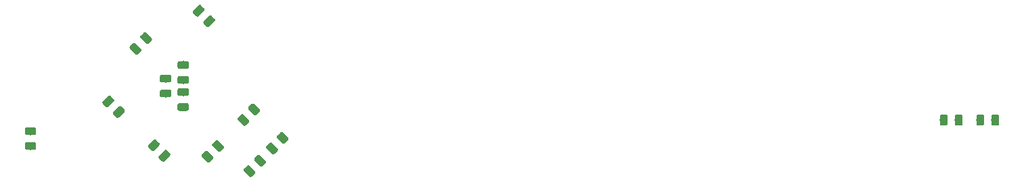
<source format=gbp>
G04 #@! TF.GenerationSoftware,KiCad,Pcbnew,(5.0.0)*
G04 #@! TF.CreationDate,2018-11-01T18:13:55-10:00*
G04 #@! TF.ProjectId,dstat-mainboard,64737461742D6D61696E626F6172642E,1.2.3*
G04 #@! TF.SameCoordinates,Original*
G04 #@! TF.FileFunction,Paste,Bot*
G04 #@! TF.FilePolarity,Positive*
%FSLAX46Y46*%
G04 Gerber Fmt 4.6, Leading zero omitted, Abs format (unit mm)*
G04 Created by KiCad (PCBNEW (5.0.0)) date 11/01/18 18:13:55*
%MOMM*%
%LPD*%
G01*
G04 APERTURE LIST*
%ADD10C,0.150000*%
%ADD11C,0.975000*%
G04 APERTURE END LIST*
D10*
G04 #@! TO.C,C42*
G36*
X212520142Y-99047174D02*
X212543803Y-99050684D01*
X212567007Y-99056496D01*
X212589529Y-99064554D01*
X212611153Y-99074782D01*
X212631670Y-99087079D01*
X212650883Y-99101329D01*
X212668607Y-99117393D01*
X212684671Y-99135117D01*
X212698921Y-99154330D01*
X212711218Y-99174847D01*
X212721446Y-99196471D01*
X212729504Y-99218993D01*
X212735316Y-99242197D01*
X212738826Y-99265858D01*
X212740000Y-99289750D01*
X212740000Y-100202250D01*
X212738826Y-100226142D01*
X212735316Y-100249803D01*
X212729504Y-100273007D01*
X212721446Y-100295529D01*
X212711218Y-100317153D01*
X212698921Y-100337670D01*
X212684671Y-100356883D01*
X212668607Y-100374607D01*
X212650883Y-100390671D01*
X212631670Y-100404921D01*
X212611153Y-100417218D01*
X212589529Y-100427446D01*
X212567007Y-100435504D01*
X212543803Y-100441316D01*
X212520142Y-100444826D01*
X212496250Y-100446000D01*
X212008750Y-100446000D01*
X211984858Y-100444826D01*
X211961197Y-100441316D01*
X211937993Y-100435504D01*
X211915471Y-100427446D01*
X211893847Y-100417218D01*
X211873330Y-100404921D01*
X211854117Y-100390671D01*
X211836393Y-100374607D01*
X211820329Y-100356883D01*
X211806079Y-100337670D01*
X211793782Y-100317153D01*
X211783554Y-100295529D01*
X211775496Y-100273007D01*
X211769684Y-100249803D01*
X211766174Y-100226142D01*
X211765000Y-100202250D01*
X211765000Y-99289750D01*
X211766174Y-99265858D01*
X211769684Y-99242197D01*
X211775496Y-99218993D01*
X211783554Y-99196471D01*
X211793782Y-99174847D01*
X211806079Y-99154330D01*
X211820329Y-99135117D01*
X211836393Y-99117393D01*
X211854117Y-99101329D01*
X211873330Y-99087079D01*
X211893847Y-99074782D01*
X211915471Y-99064554D01*
X211937993Y-99056496D01*
X211961197Y-99050684D01*
X211984858Y-99047174D01*
X212008750Y-99046000D01*
X212496250Y-99046000D01*
X212520142Y-99047174D01*
X212520142Y-99047174D01*
G37*
D11*
X212252500Y-99746000D03*
D10*
G36*
X210645142Y-99047174D02*
X210668803Y-99050684D01*
X210692007Y-99056496D01*
X210714529Y-99064554D01*
X210736153Y-99074782D01*
X210756670Y-99087079D01*
X210775883Y-99101329D01*
X210793607Y-99117393D01*
X210809671Y-99135117D01*
X210823921Y-99154330D01*
X210836218Y-99174847D01*
X210846446Y-99196471D01*
X210854504Y-99218993D01*
X210860316Y-99242197D01*
X210863826Y-99265858D01*
X210865000Y-99289750D01*
X210865000Y-100202250D01*
X210863826Y-100226142D01*
X210860316Y-100249803D01*
X210854504Y-100273007D01*
X210846446Y-100295529D01*
X210836218Y-100317153D01*
X210823921Y-100337670D01*
X210809671Y-100356883D01*
X210793607Y-100374607D01*
X210775883Y-100390671D01*
X210756670Y-100404921D01*
X210736153Y-100417218D01*
X210714529Y-100427446D01*
X210692007Y-100435504D01*
X210668803Y-100441316D01*
X210645142Y-100444826D01*
X210621250Y-100446000D01*
X210133750Y-100446000D01*
X210109858Y-100444826D01*
X210086197Y-100441316D01*
X210062993Y-100435504D01*
X210040471Y-100427446D01*
X210018847Y-100417218D01*
X209998330Y-100404921D01*
X209979117Y-100390671D01*
X209961393Y-100374607D01*
X209945329Y-100356883D01*
X209931079Y-100337670D01*
X209918782Y-100317153D01*
X209908554Y-100295529D01*
X209900496Y-100273007D01*
X209894684Y-100249803D01*
X209891174Y-100226142D01*
X209890000Y-100202250D01*
X209890000Y-99289750D01*
X209891174Y-99265858D01*
X209894684Y-99242197D01*
X209900496Y-99218993D01*
X209908554Y-99196471D01*
X209918782Y-99174847D01*
X209931079Y-99154330D01*
X209945329Y-99135117D01*
X209961393Y-99117393D01*
X209979117Y-99101329D01*
X209998330Y-99087079D01*
X210018847Y-99074782D01*
X210040471Y-99064554D01*
X210062993Y-99056496D01*
X210086197Y-99050684D01*
X210109858Y-99047174D01*
X210133750Y-99046000D01*
X210621250Y-99046000D01*
X210645142Y-99047174D01*
X210645142Y-99047174D01*
G37*
D11*
X210377500Y-99746000D03*
G04 #@! TD*
D10*
G04 #@! TO.C,C43*
G36*
X217092142Y-99047174D02*
X217115803Y-99050684D01*
X217139007Y-99056496D01*
X217161529Y-99064554D01*
X217183153Y-99074782D01*
X217203670Y-99087079D01*
X217222883Y-99101329D01*
X217240607Y-99117393D01*
X217256671Y-99135117D01*
X217270921Y-99154330D01*
X217283218Y-99174847D01*
X217293446Y-99196471D01*
X217301504Y-99218993D01*
X217307316Y-99242197D01*
X217310826Y-99265858D01*
X217312000Y-99289750D01*
X217312000Y-100202250D01*
X217310826Y-100226142D01*
X217307316Y-100249803D01*
X217301504Y-100273007D01*
X217293446Y-100295529D01*
X217283218Y-100317153D01*
X217270921Y-100337670D01*
X217256671Y-100356883D01*
X217240607Y-100374607D01*
X217222883Y-100390671D01*
X217203670Y-100404921D01*
X217183153Y-100417218D01*
X217161529Y-100427446D01*
X217139007Y-100435504D01*
X217115803Y-100441316D01*
X217092142Y-100444826D01*
X217068250Y-100446000D01*
X216580750Y-100446000D01*
X216556858Y-100444826D01*
X216533197Y-100441316D01*
X216509993Y-100435504D01*
X216487471Y-100427446D01*
X216465847Y-100417218D01*
X216445330Y-100404921D01*
X216426117Y-100390671D01*
X216408393Y-100374607D01*
X216392329Y-100356883D01*
X216378079Y-100337670D01*
X216365782Y-100317153D01*
X216355554Y-100295529D01*
X216347496Y-100273007D01*
X216341684Y-100249803D01*
X216338174Y-100226142D01*
X216337000Y-100202250D01*
X216337000Y-99289750D01*
X216338174Y-99265858D01*
X216341684Y-99242197D01*
X216347496Y-99218993D01*
X216355554Y-99196471D01*
X216365782Y-99174847D01*
X216378079Y-99154330D01*
X216392329Y-99135117D01*
X216408393Y-99117393D01*
X216426117Y-99101329D01*
X216445330Y-99087079D01*
X216465847Y-99074782D01*
X216487471Y-99064554D01*
X216509993Y-99056496D01*
X216533197Y-99050684D01*
X216556858Y-99047174D01*
X216580750Y-99046000D01*
X217068250Y-99046000D01*
X217092142Y-99047174D01*
X217092142Y-99047174D01*
G37*
D11*
X216824500Y-99746000D03*
D10*
G36*
X215217142Y-99047174D02*
X215240803Y-99050684D01*
X215264007Y-99056496D01*
X215286529Y-99064554D01*
X215308153Y-99074782D01*
X215328670Y-99087079D01*
X215347883Y-99101329D01*
X215365607Y-99117393D01*
X215381671Y-99135117D01*
X215395921Y-99154330D01*
X215408218Y-99174847D01*
X215418446Y-99196471D01*
X215426504Y-99218993D01*
X215432316Y-99242197D01*
X215435826Y-99265858D01*
X215437000Y-99289750D01*
X215437000Y-100202250D01*
X215435826Y-100226142D01*
X215432316Y-100249803D01*
X215426504Y-100273007D01*
X215418446Y-100295529D01*
X215408218Y-100317153D01*
X215395921Y-100337670D01*
X215381671Y-100356883D01*
X215365607Y-100374607D01*
X215347883Y-100390671D01*
X215328670Y-100404921D01*
X215308153Y-100417218D01*
X215286529Y-100427446D01*
X215264007Y-100435504D01*
X215240803Y-100441316D01*
X215217142Y-100444826D01*
X215193250Y-100446000D01*
X214705750Y-100446000D01*
X214681858Y-100444826D01*
X214658197Y-100441316D01*
X214634993Y-100435504D01*
X214612471Y-100427446D01*
X214590847Y-100417218D01*
X214570330Y-100404921D01*
X214551117Y-100390671D01*
X214533393Y-100374607D01*
X214517329Y-100356883D01*
X214503079Y-100337670D01*
X214490782Y-100317153D01*
X214480554Y-100295529D01*
X214472496Y-100273007D01*
X214466684Y-100249803D01*
X214463174Y-100226142D01*
X214462000Y-100202250D01*
X214462000Y-99289750D01*
X214463174Y-99265858D01*
X214466684Y-99242197D01*
X214472496Y-99218993D01*
X214480554Y-99196471D01*
X214490782Y-99174847D01*
X214503079Y-99154330D01*
X214517329Y-99135117D01*
X214533393Y-99117393D01*
X214551117Y-99101329D01*
X214570330Y-99087079D01*
X214590847Y-99074782D01*
X214612471Y-99064554D01*
X214634993Y-99056496D01*
X214658197Y-99050684D01*
X214681858Y-99047174D01*
X214705750Y-99046000D01*
X215193250Y-99046000D01*
X215217142Y-99047174D01*
X215217142Y-99047174D01*
G37*
D11*
X214949500Y-99746000D03*
G04 #@! TD*
D10*
G04 #@! TO.C,C44*
G36*
X115716142Y-97615274D02*
X115739803Y-97618784D01*
X115763007Y-97624596D01*
X115785529Y-97632654D01*
X115807153Y-97642882D01*
X115827670Y-97655179D01*
X115846883Y-97669429D01*
X115864607Y-97685493D01*
X115880671Y-97703217D01*
X115894921Y-97722430D01*
X115907218Y-97742947D01*
X115917446Y-97764571D01*
X115925504Y-97787093D01*
X115931316Y-97810297D01*
X115934826Y-97833958D01*
X115936000Y-97857850D01*
X115936000Y-98345350D01*
X115934826Y-98369242D01*
X115931316Y-98392903D01*
X115925504Y-98416107D01*
X115917446Y-98438629D01*
X115907218Y-98460253D01*
X115894921Y-98480770D01*
X115880671Y-98499983D01*
X115864607Y-98517707D01*
X115846883Y-98533771D01*
X115827670Y-98548021D01*
X115807153Y-98560318D01*
X115785529Y-98570546D01*
X115763007Y-98578604D01*
X115739803Y-98584416D01*
X115716142Y-98587926D01*
X115692250Y-98589100D01*
X114779750Y-98589100D01*
X114755858Y-98587926D01*
X114732197Y-98584416D01*
X114708993Y-98578604D01*
X114686471Y-98570546D01*
X114664847Y-98560318D01*
X114644330Y-98548021D01*
X114625117Y-98533771D01*
X114607393Y-98517707D01*
X114591329Y-98499983D01*
X114577079Y-98480770D01*
X114564782Y-98460253D01*
X114554554Y-98438629D01*
X114546496Y-98416107D01*
X114540684Y-98392903D01*
X114537174Y-98369242D01*
X114536000Y-98345350D01*
X114536000Y-97857850D01*
X114537174Y-97833958D01*
X114540684Y-97810297D01*
X114546496Y-97787093D01*
X114554554Y-97764571D01*
X114564782Y-97742947D01*
X114577079Y-97722430D01*
X114591329Y-97703217D01*
X114607393Y-97685493D01*
X114625117Y-97669429D01*
X114644330Y-97655179D01*
X114664847Y-97642882D01*
X114686471Y-97632654D01*
X114708993Y-97624596D01*
X114732197Y-97618784D01*
X114755858Y-97615274D01*
X114779750Y-97614100D01*
X115692250Y-97614100D01*
X115716142Y-97615274D01*
X115716142Y-97615274D01*
G37*
D11*
X115236000Y-98101600D03*
D10*
G36*
X115716142Y-95740274D02*
X115739803Y-95743784D01*
X115763007Y-95749596D01*
X115785529Y-95757654D01*
X115807153Y-95767882D01*
X115827670Y-95780179D01*
X115846883Y-95794429D01*
X115864607Y-95810493D01*
X115880671Y-95828217D01*
X115894921Y-95847430D01*
X115907218Y-95867947D01*
X115917446Y-95889571D01*
X115925504Y-95912093D01*
X115931316Y-95935297D01*
X115934826Y-95958958D01*
X115936000Y-95982850D01*
X115936000Y-96470350D01*
X115934826Y-96494242D01*
X115931316Y-96517903D01*
X115925504Y-96541107D01*
X115917446Y-96563629D01*
X115907218Y-96585253D01*
X115894921Y-96605770D01*
X115880671Y-96624983D01*
X115864607Y-96642707D01*
X115846883Y-96658771D01*
X115827670Y-96673021D01*
X115807153Y-96685318D01*
X115785529Y-96695546D01*
X115763007Y-96703604D01*
X115739803Y-96709416D01*
X115716142Y-96712926D01*
X115692250Y-96714100D01*
X114779750Y-96714100D01*
X114755858Y-96712926D01*
X114732197Y-96709416D01*
X114708993Y-96703604D01*
X114686471Y-96695546D01*
X114664847Y-96685318D01*
X114644330Y-96673021D01*
X114625117Y-96658771D01*
X114607393Y-96642707D01*
X114591329Y-96624983D01*
X114577079Y-96605770D01*
X114564782Y-96585253D01*
X114554554Y-96563629D01*
X114546496Y-96541107D01*
X114540684Y-96517903D01*
X114537174Y-96494242D01*
X114536000Y-96470350D01*
X114536000Y-95982850D01*
X114537174Y-95958958D01*
X114540684Y-95935297D01*
X114546496Y-95912093D01*
X114554554Y-95889571D01*
X114564782Y-95867947D01*
X114577079Y-95847430D01*
X114591329Y-95828217D01*
X114607393Y-95810493D01*
X114625117Y-95794429D01*
X114644330Y-95780179D01*
X114664847Y-95767882D01*
X114686471Y-95757654D01*
X114708993Y-95749596D01*
X114732197Y-95743784D01*
X114755858Y-95740274D01*
X114779750Y-95739100D01*
X115692250Y-95739100D01*
X115716142Y-95740274D01*
X115716142Y-95740274D01*
G37*
D11*
X115236000Y-96226600D03*
G04 #@! TD*
D10*
G04 #@! TO.C,C45*
G36*
X113073065Y-103489362D02*
X113096726Y-103492872D01*
X113119930Y-103498684D01*
X113142452Y-103506742D01*
X113164076Y-103516970D01*
X113184593Y-103529267D01*
X113203806Y-103543517D01*
X113221530Y-103559581D01*
X113566245Y-103904296D01*
X113582309Y-103922020D01*
X113596559Y-103941233D01*
X113608856Y-103961750D01*
X113619084Y-103983374D01*
X113627142Y-104005896D01*
X113632954Y-104029100D01*
X113636464Y-104052761D01*
X113637638Y-104076653D01*
X113636464Y-104100545D01*
X113632954Y-104124206D01*
X113627142Y-104147410D01*
X113619084Y-104169932D01*
X113608856Y-104191556D01*
X113596559Y-104212073D01*
X113582309Y-104231286D01*
X113566245Y-104249010D01*
X112921010Y-104894245D01*
X112903286Y-104910309D01*
X112884073Y-104924559D01*
X112863556Y-104936856D01*
X112841932Y-104947084D01*
X112819410Y-104955142D01*
X112796206Y-104960954D01*
X112772545Y-104964464D01*
X112748653Y-104965638D01*
X112724761Y-104964464D01*
X112701100Y-104960954D01*
X112677896Y-104955142D01*
X112655374Y-104947084D01*
X112633750Y-104936856D01*
X112613233Y-104924559D01*
X112594020Y-104910309D01*
X112576296Y-104894245D01*
X112231581Y-104549530D01*
X112215517Y-104531806D01*
X112201267Y-104512593D01*
X112188970Y-104492076D01*
X112178742Y-104470452D01*
X112170684Y-104447930D01*
X112164872Y-104424726D01*
X112161362Y-104401065D01*
X112160188Y-104377173D01*
X112161362Y-104353281D01*
X112164872Y-104329620D01*
X112170684Y-104306416D01*
X112178742Y-104283894D01*
X112188970Y-104262270D01*
X112201267Y-104241753D01*
X112215517Y-104222540D01*
X112231581Y-104204816D01*
X112876816Y-103559581D01*
X112894540Y-103543517D01*
X112913753Y-103529267D01*
X112934270Y-103516970D01*
X112955894Y-103506742D01*
X112978416Y-103498684D01*
X113001620Y-103492872D01*
X113025281Y-103489362D01*
X113049173Y-103488188D01*
X113073065Y-103489362D01*
X113073065Y-103489362D01*
G37*
D11*
X112898913Y-104226913D03*
D10*
G36*
X111747239Y-102163536D02*
X111770900Y-102167046D01*
X111794104Y-102172858D01*
X111816626Y-102180916D01*
X111838250Y-102191144D01*
X111858767Y-102203441D01*
X111877980Y-102217691D01*
X111895704Y-102233755D01*
X112240419Y-102578470D01*
X112256483Y-102596194D01*
X112270733Y-102615407D01*
X112283030Y-102635924D01*
X112293258Y-102657548D01*
X112301316Y-102680070D01*
X112307128Y-102703274D01*
X112310638Y-102726935D01*
X112311812Y-102750827D01*
X112310638Y-102774719D01*
X112307128Y-102798380D01*
X112301316Y-102821584D01*
X112293258Y-102844106D01*
X112283030Y-102865730D01*
X112270733Y-102886247D01*
X112256483Y-102905460D01*
X112240419Y-102923184D01*
X111595184Y-103568419D01*
X111577460Y-103584483D01*
X111558247Y-103598733D01*
X111537730Y-103611030D01*
X111516106Y-103621258D01*
X111493584Y-103629316D01*
X111470380Y-103635128D01*
X111446719Y-103638638D01*
X111422827Y-103639812D01*
X111398935Y-103638638D01*
X111375274Y-103635128D01*
X111352070Y-103629316D01*
X111329548Y-103621258D01*
X111307924Y-103611030D01*
X111287407Y-103598733D01*
X111268194Y-103584483D01*
X111250470Y-103568419D01*
X110905755Y-103223704D01*
X110889691Y-103205980D01*
X110875441Y-103186767D01*
X110863144Y-103166250D01*
X110852916Y-103144626D01*
X110844858Y-103122104D01*
X110839046Y-103098900D01*
X110835536Y-103075239D01*
X110834362Y-103051347D01*
X110835536Y-103027455D01*
X110839046Y-103003794D01*
X110844858Y-102980590D01*
X110852916Y-102958068D01*
X110863144Y-102936444D01*
X110875441Y-102915927D01*
X110889691Y-102896714D01*
X110905755Y-102878990D01*
X111550990Y-102233755D01*
X111568714Y-102217691D01*
X111587927Y-102203441D01*
X111608444Y-102191144D01*
X111630068Y-102180916D01*
X111652590Y-102172858D01*
X111675794Y-102167046D01*
X111699455Y-102163536D01*
X111723347Y-102162362D01*
X111747239Y-102163536D01*
X111747239Y-102163536D01*
G37*
D11*
X111573087Y-102901087D03*
G04 #@! TD*
D10*
G04 #@! TO.C,C46*
G36*
X109146719Y-90039462D02*
X109170380Y-90042972D01*
X109193584Y-90048784D01*
X109216106Y-90056842D01*
X109237730Y-90067070D01*
X109258247Y-90079367D01*
X109277460Y-90093617D01*
X109295184Y-90109681D01*
X109940419Y-90754916D01*
X109956483Y-90772640D01*
X109970733Y-90791853D01*
X109983030Y-90812370D01*
X109993258Y-90833994D01*
X110001316Y-90856516D01*
X110007128Y-90879720D01*
X110010638Y-90903381D01*
X110011812Y-90927273D01*
X110010638Y-90951165D01*
X110007128Y-90974826D01*
X110001316Y-90998030D01*
X109993258Y-91020552D01*
X109983030Y-91042176D01*
X109970733Y-91062693D01*
X109956483Y-91081906D01*
X109940419Y-91099630D01*
X109595704Y-91444345D01*
X109577980Y-91460409D01*
X109558767Y-91474659D01*
X109538250Y-91486956D01*
X109516626Y-91497184D01*
X109494104Y-91505242D01*
X109470900Y-91511054D01*
X109447239Y-91514564D01*
X109423347Y-91515738D01*
X109399455Y-91514564D01*
X109375794Y-91511054D01*
X109352590Y-91505242D01*
X109330068Y-91497184D01*
X109308444Y-91486956D01*
X109287927Y-91474659D01*
X109268714Y-91460409D01*
X109250990Y-91444345D01*
X108605755Y-90799110D01*
X108589691Y-90781386D01*
X108575441Y-90762173D01*
X108563144Y-90741656D01*
X108552916Y-90720032D01*
X108544858Y-90697510D01*
X108539046Y-90674306D01*
X108535536Y-90650645D01*
X108534362Y-90626753D01*
X108535536Y-90602861D01*
X108539046Y-90579200D01*
X108544858Y-90555996D01*
X108552916Y-90533474D01*
X108563144Y-90511850D01*
X108575441Y-90491333D01*
X108589691Y-90472120D01*
X108605755Y-90454396D01*
X108950470Y-90109681D01*
X108968194Y-90093617D01*
X108987407Y-90079367D01*
X109007924Y-90067070D01*
X109029548Y-90056842D01*
X109052070Y-90048784D01*
X109075274Y-90042972D01*
X109098935Y-90039462D01*
X109122827Y-90038288D01*
X109146719Y-90039462D01*
X109146719Y-90039462D01*
G37*
D11*
X109273087Y-90777013D03*
D10*
G36*
X110472545Y-88713636D02*
X110496206Y-88717146D01*
X110519410Y-88722958D01*
X110541932Y-88731016D01*
X110563556Y-88741244D01*
X110584073Y-88753541D01*
X110603286Y-88767791D01*
X110621010Y-88783855D01*
X111266245Y-89429090D01*
X111282309Y-89446814D01*
X111296559Y-89466027D01*
X111308856Y-89486544D01*
X111319084Y-89508168D01*
X111327142Y-89530690D01*
X111332954Y-89553894D01*
X111336464Y-89577555D01*
X111337638Y-89601447D01*
X111336464Y-89625339D01*
X111332954Y-89649000D01*
X111327142Y-89672204D01*
X111319084Y-89694726D01*
X111308856Y-89716350D01*
X111296559Y-89736867D01*
X111282309Y-89756080D01*
X111266245Y-89773804D01*
X110921530Y-90118519D01*
X110903806Y-90134583D01*
X110884593Y-90148833D01*
X110864076Y-90161130D01*
X110842452Y-90171358D01*
X110819930Y-90179416D01*
X110796726Y-90185228D01*
X110773065Y-90188738D01*
X110749173Y-90189912D01*
X110725281Y-90188738D01*
X110701620Y-90185228D01*
X110678416Y-90179416D01*
X110655894Y-90171358D01*
X110634270Y-90161130D01*
X110613753Y-90148833D01*
X110594540Y-90134583D01*
X110576816Y-90118519D01*
X109931581Y-89473284D01*
X109915517Y-89455560D01*
X109901267Y-89436347D01*
X109888970Y-89415830D01*
X109878742Y-89394206D01*
X109870684Y-89371684D01*
X109864872Y-89348480D01*
X109861362Y-89324819D01*
X109860188Y-89300927D01*
X109861362Y-89277035D01*
X109864872Y-89253374D01*
X109870684Y-89230170D01*
X109878742Y-89207648D01*
X109888970Y-89186024D01*
X109901267Y-89165507D01*
X109915517Y-89146294D01*
X109931581Y-89128570D01*
X110276296Y-88783855D01*
X110294020Y-88767791D01*
X110313233Y-88753541D01*
X110333750Y-88741244D01*
X110355374Y-88731016D01*
X110377896Y-88722958D01*
X110401100Y-88717146D01*
X110424761Y-88713636D01*
X110448653Y-88712462D01*
X110472545Y-88713636D01*
X110472545Y-88713636D01*
G37*
D11*
X110598913Y-89451187D03*
G04 #@! TD*
D10*
G04 #@! TO.C,C47*
G36*
X117347239Y-85263636D02*
X117370900Y-85267146D01*
X117394104Y-85272958D01*
X117416626Y-85281016D01*
X117438250Y-85291244D01*
X117458767Y-85303541D01*
X117477980Y-85317791D01*
X117495704Y-85333855D01*
X117840419Y-85678570D01*
X117856483Y-85696294D01*
X117870733Y-85715507D01*
X117883030Y-85736024D01*
X117893258Y-85757648D01*
X117901316Y-85780170D01*
X117907128Y-85803374D01*
X117910638Y-85827035D01*
X117911812Y-85850927D01*
X117910638Y-85874819D01*
X117907128Y-85898480D01*
X117901316Y-85921684D01*
X117893258Y-85944206D01*
X117883030Y-85965830D01*
X117870733Y-85986347D01*
X117856483Y-86005560D01*
X117840419Y-86023284D01*
X117195184Y-86668519D01*
X117177460Y-86684583D01*
X117158247Y-86698833D01*
X117137730Y-86711130D01*
X117116106Y-86721358D01*
X117093584Y-86729416D01*
X117070380Y-86735228D01*
X117046719Y-86738738D01*
X117022827Y-86739912D01*
X116998935Y-86738738D01*
X116975274Y-86735228D01*
X116952070Y-86729416D01*
X116929548Y-86721358D01*
X116907924Y-86711130D01*
X116887407Y-86698833D01*
X116868194Y-86684583D01*
X116850470Y-86668519D01*
X116505755Y-86323804D01*
X116489691Y-86306080D01*
X116475441Y-86286867D01*
X116463144Y-86266350D01*
X116452916Y-86244726D01*
X116444858Y-86222204D01*
X116439046Y-86199000D01*
X116435536Y-86175339D01*
X116434362Y-86151447D01*
X116435536Y-86127555D01*
X116439046Y-86103894D01*
X116444858Y-86080690D01*
X116452916Y-86058168D01*
X116463144Y-86036544D01*
X116475441Y-86016027D01*
X116489691Y-85996814D01*
X116505755Y-85979090D01*
X117150990Y-85333855D01*
X117168714Y-85317791D01*
X117187927Y-85303541D01*
X117208444Y-85291244D01*
X117230068Y-85281016D01*
X117252590Y-85272958D01*
X117275794Y-85267146D01*
X117299455Y-85263636D01*
X117323347Y-85262462D01*
X117347239Y-85263636D01*
X117347239Y-85263636D01*
G37*
D11*
X117173087Y-86001187D03*
D10*
G36*
X118673065Y-86589462D02*
X118696726Y-86592972D01*
X118719930Y-86598784D01*
X118742452Y-86606842D01*
X118764076Y-86617070D01*
X118784593Y-86629367D01*
X118803806Y-86643617D01*
X118821530Y-86659681D01*
X119166245Y-87004396D01*
X119182309Y-87022120D01*
X119196559Y-87041333D01*
X119208856Y-87061850D01*
X119219084Y-87083474D01*
X119227142Y-87105996D01*
X119232954Y-87129200D01*
X119236464Y-87152861D01*
X119237638Y-87176753D01*
X119236464Y-87200645D01*
X119232954Y-87224306D01*
X119227142Y-87247510D01*
X119219084Y-87270032D01*
X119208856Y-87291656D01*
X119196559Y-87312173D01*
X119182309Y-87331386D01*
X119166245Y-87349110D01*
X118521010Y-87994345D01*
X118503286Y-88010409D01*
X118484073Y-88024659D01*
X118463556Y-88036956D01*
X118441932Y-88047184D01*
X118419410Y-88055242D01*
X118396206Y-88061054D01*
X118372545Y-88064564D01*
X118348653Y-88065738D01*
X118324761Y-88064564D01*
X118301100Y-88061054D01*
X118277896Y-88055242D01*
X118255374Y-88047184D01*
X118233750Y-88036956D01*
X118213233Y-88024659D01*
X118194020Y-88010409D01*
X118176296Y-87994345D01*
X117831581Y-87649630D01*
X117815517Y-87631906D01*
X117801267Y-87612693D01*
X117788970Y-87592176D01*
X117778742Y-87570552D01*
X117770684Y-87548030D01*
X117764872Y-87524826D01*
X117761362Y-87501165D01*
X117760188Y-87477273D01*
X117761362Y-87453381D01*
X117764872Y-87429720D01*
X117770684Y-87406516D01*
X117778742Y-87383994D01*
X117788970Y-87362370D01*
X117801267Y-87341853D01*
X117815517Y-87322640D01*
X117831581Y-87304916D01*
X118476816Y-86659681D01*
X118494540Y-86643617D01*
X118513753Y-86629367D01*
X118534270Y-86617070D01*
X118555894Y-86606842D01*
X118578416Y-86598784D01*
X118601620Y-86592972D01*
X118625281Y-86589462D01*
X118649173Y-86588288D01*
X118673065Y-86589462D01*
X118673065Y-86589462D01*
G37*
D11*
X118498913Y-87327013D03*
G04 #@! TD*
D10*
G04 #@! TO.C,C48*
G36*
X118146719Y-103589362D02*
X118170380Y-103592872D01*
X118193584Y-103598684D01*
X118216106Y-103606742D01*
X118237730Y-103616970D01*
X118258247Y-103629267D01*
X118277460Y-103643517D01*
X118295184Y-103659581D01*
X118940419Y-104304816D01*
X118956483Y-104322540D01*
X118970733Y-104341753D01*
X118983030Y-104362270D01*
X118993258Y-104383894D01*
X119001316Y-104406416D01*
X119007128Y-104429620D01*
X119010638Y-104453281D01*
X119011812Y-104477173D01*
X119010638Y-104501065D01*
X119007128Y-104524726D01*
X119001316Y-104547930D01*
X118993258Y-104570452D01*
X118983030Y-104592076D01*
X118970733Y-104612593D01*
X118956483Y-104631806D01*
X118940419Y-104649530D01*
X118595704Y-104994245D01*
X118577980Y-105010309D01*
X118558767Y-105024559D01*
X118538250Y-105036856D01*
X118516626Y-105047084D01*
X118494104Y-105055142D01*
X118470900Y-105060954D01*
X118447239Y-105064464D01*
X118423347Y-105065638D01*
X118399455Y-105064464D01*
X118375794Y-105060954D01*
X118352590Y-105055142D01*
X118330068Y-105047084D01*
X118308444Y-105036856D01*
X118287927Y-105024559D01*
X118268714Y-105010309D01*
X118250990Y-104994245D01*
X117605755Y-104349010D01*
X117589691Y-104331286D01*
X117575441Y-104312073D01*
X117563144Y-104291556D01*
X117552916Y-104269932D01*
X117544858Y-104247410D01*
X117539046Y-104224206D01*
X117535536Y-104200545D01*
X117534362Y-104176653D01*
X117535536Y-104152761D01*
X117539046Y-104129100D01*
X117544858Y-104105896D01*
X117552916Y-104083374D01*
X117563144Y-104061750D01*
X117575441Y-104041233D01*
X117589691Y-104022020D01*
X117605755Y-104004296D01*
X117950470Y-103659581D01*
X117968194Y-103643517D01*
X117987407Y-103629267D01*
X118007924Y-103616970D01*
X118029548Y-103606742D01*
X118052070Y-103598684D01*
X118075274Y-103592872D01*
X118098935Y-103589362D01*
X118122827Y-103588188D01*
X118146719Y-103589362D01*
X118146719Y-103589362D01*
G37*
D11*
X118273087Y-104326913D03*
D10*
G36*
X119472545Y-102263536D02*
X119496206Y-102267046D01*
X119519410Y-102272858D01*
X119541932Y-102280916D01*
X119563556Y-102291144D01*
X119584073Y-102303441D01*
X119603286Y-102317691D01*
X119621010Y-102333755D01*
X120266245Y-102978990D01*
X120282309Y-102996714D01*
X120296559Y-103015927D01*
X120308856Y-103036444D01*
X120319084Y-103058068D01*
X120327142Y-103080590D01*
X120332954Y-103103794D01*
X120336464Y-103127455D01*
X120337638Y-103151347D01*
X120336464Y-103175239D01*
X120332954Y-103198900D01*
X120327142Y-103222104D01*
X120319084Y-103244626D01*
X120308856Y-103266250D01*
X120296559Y-103286767D01*
X120282309Y-103305980D01*
X120266245Y-103323704D01*
X119921530Y-103668419D01*
X119903806Y-103684483D01*
X119884593Y-103698733D01*
X119864076Y-103711030D01*
X119842452Y-103721258D01*
X119819930Y-103729316D01*
X119796726Y-103735128D01*
X119773065Y-103738638D01*
X119749173Y-103739812D01*
X119725281Y-103738638D01*
X119701620Y-103735128D01*
X119678416Y-103729316D01*
X119655894Y-103721258D01*
X119634270Y-103711030D01*
X119613753Y-103698733D01*
X119594540Y-103684483D01*
X119576816Y-103668419D01*
X118931581Y-103023184D01*
X118915517Y-103005460D01*
X118901267Y-102986247D01*
X118888970Y-102965730D01*
X118878742Y-102944106D01*
X118870684Y-102921584D01*
X118864872Y-102898380D01*
X118861362Y-102874719D01*
X118860188Y-102850827D01*
X118861362Y-102826935D01*
X118864872Y-102803274D01*
X118870684Y-102780070D01*
X118878742Y-102757548D01*
X118888970Y-102735924D01*
X118901267Y-102715407D01*
X118915517Y-102696194D01*
X118931581Y-102678470D01*
X119276296Y-102333755D01*
X119294020Y-102317691D01*
X119313233Y-102303441D01*
X119333750Y-102291144D01*
X119355374Y-102280916D01*
X119377896Y-102272858D01*
X119401100Y-102267046D01*
X119424761Y-102263536D01*
X119448653Y-102262362D01*
X119472545Y-102263536D01*
X119472545Y-102263536D01*
G37*
D11*
X119598913Y-103001087D03*
G04 #@! TD*
D10*
G04 #@! TO.C,C49*
G36*
X107373065Y-97989462D02*
X107396726Y-97992972D01*
X107419930Y-97998784D01*
X107442452Y-98006842D01*
X107464076Y-98017070D01*
X107484593Y-98029367D01*
X107503806Y-98043617D01*
X107521530Y-98059681D01*
X107866245Y-98404396D01*
X107882309Y-98422120D01*
X107896559Y-98441333D01*
X107908856Y-98461850D01*
X107919084Y-98483474D01*
X107927142Y-98505996D01*
X107932954Y-98529200D01*
X107936464Y-98552861D01*
X107937638Y-98576753D01*
X107936464Y-98600645D01*
X107932954Y-98624306D01*
X107927142Y-98647510D01*
X107919084Y-98670032D01*
X107908856Y-98691656D01*
X107896559Y-98712173D01*
X107882309Y-98731386D01*
X107866245Y-98749110D01*
X107221010Y-99394345D01*
X107203286Y-99410409D01*
X107184073Y-99424659D01*
X107163556Y-99436956D01*
X107141932Y-99447184D01*
X107119410Y-99455242D01*
X107096206Y-99461054D01*
X107072545Y-99464564D01*
X107048653Y-99465738D01*
X107024761Y-99464564D01*
X107001100Y-99461054D01*
X106977896Y-99455242D01*
X106955374Y-99447184D01*
X106933750Y-99436956D01*
X106913233Y-99424659D01*
X106894020Y-99410409D01*
X106876296Y-99394345D01*
X106531581Y-99049630D01*
X106515517Y-99031906D01*
X106501267Y-99012693D01*
X106488970Y-98992176D01*
X106478742Y-98970552D01*
X106470684Y-98948030D01*
X106464872Y-98924826D01*
X106461362Y-98901165D01*
X106460188Y-98877273D01*
X106461362Y-98853381D01*
X106464872Y-98829720D01*
X106470684Y-98806516D01*
X106478742Y-98783994D01*
X106488970Y-98762370D01*
X106501267Y-98741853D01*
X106515517Y-98722640D01*
X106531581Y-98704916D01*
X107176816Y-98059681D01*
X107194540Y-98043617D01*
X107213753Y-98029367D01*
X107234270Y-98017070D01*
X107255894Y-98006842D01*
X107278416Y-97998784D01*
X107301620Y-97992972D01*
X107325281Y-97989462D01*
X107349173Y-97988288D01*
X107373065Y-97989462D01*
X107373065Y-97989462D01*
G37*
D11*
X107198913Y-98727013D03*
D10*
G36*
X106047239Y-96663636D02*
X106070900Y-96667146D01*
X106094104Y-96672958D01*
X106116626Y-96681016D01*
X106138250Y-96691244D01*
X106158767Y-96703541D01*
X106177980Y-96717791D01*
X106195704Y-96733855D01*
X106540419Y-97078570D01*
X106556483Y-97096294D01*
X106570733Y-97115507D01*
X106583030Y-97136024D01*
X106593258Y-97157648D01*
X106601316Y-97180170D01*
X106607128Y-97203374D01*
X106610638Y-97227035D01*
X106611812Y-97250927D01*
X106610638Y-97274819D01*
X106607128Y-97298480D01*
X106601316Y-97321684D01*
X106593258Y-97344206D01*
X106583030Y-97365830D01*
X106570733Y-97386347D01*
X106556483Y-97405560D01*
X106540419Y-97423284D01*
X105895184Y-98068519D01*
X105877460Y-98084583D01*
X105858247Y-98098833D01*
X105837730Y-98111130D01*
X105816106Y-98121358D01*
X105793584Y-98129416D01*
X105770380Y-98135228D01*
X105746719Y-98138738D01*
X105722827Y-98139912D01*
X105698935Y-98138738D01*
X105675274Y-98135228D01*
X105652070Y-98129416D01*
X105629548Y-98121358D01*
X105607924Y-98111130D01*
X105587407Y-98098833D01*
X105568194Y-98084583D01*
X105550470Y-98068519D01*
X105205755Y-97723804D01*
X105189691Y-97706080D01*
X105175441Y-97686867D01*
X105163144Y-97666350D01*
X105152916Y-97644726D01*
X105144858Y-97622204D01*
X105139046Y-97599000D01*
X105135536Y-97575339D01*
X105134362Y-97551447D01*
X105135536Y-97527555D01*
X105139046Y-97503894D01*
X105144858Y-97480690D01*
X105152916Y-97458168D01*
X105163144Y-97436544D01*
X105175441Y-97416027D01*
X105189691Y-97396814D01*
X105205755Y-97379090D01*
X105850990Y-96733855D01*
X105868714Y-96717791D01*
X105887927Y-96703541D01*
X105908444Y-96691244D01*
X105930068Y-96681016D01*
X105952590Y-96672958D01*
X105975794Y-96667146D01*
X105999455Y-96663636D01*
X106023347Y-96662462D01*
X106047239Y-96663636D01*
X106047239Y-96663636D01*
G37*
D11*
X105873087Y-97401187D03*
G04 #@! TD*
D10*
G04 #@! TO.C,C50*
G36*
X123972545Y-97663636D02*
X123996206Y-97667146D01*
X124019410Y-97672958D01*
X124041932Y-97681016D01*
X124063556Y-97691244D01*
X124084073Y-97703541D01*
X124103286Y-97717791D01*
X124121010Y-97733855D01*
X124766245Y-98379090D01*
X124782309Y-98396814D01*
X124796559Y-98416027D01*
X124808856Y-98436544D01*
X124819084Y-98458168D01*
X124827142Y-98480690D01*
X124832954Y-98503894D01*
X124836464Y-98527555D01*
X124837638Y-98551447D01*
X124836464Y-98575339D01*
X124832954Y-98599000D01*
X124827142Y-98622204D01*
X124819084Y-98644726D01*
X124808856Y-98666350D01*
X124796559Y-98686867D01*
X124782309Y-98706080D01*
X124766245Y-98723804D01*
X124421530Y-99068519D01*
X124403806Y-99084583D01*
X124384593Y-99098833D01*
X124364076Y-99111130D01*
X124342452Y-99121358D01*
X124319930Y-99129416D01*
X124296726Y-99135228D01*
X124273065Y-99138738D01*
X124249173Y-99139912D01*
X124225281Y-99138738D01*
X124201620Y-99135228D01*
X124178416Y-99129416D01*
X124155894Y-99121358D01*
X124134270Y-99111130D01*
X124113753Y-99098833D01*
X124094540Y-99084583D01*
X124076816Y-99068519D01*
X123431581Y-98423284D01*
X123415517Y-98405560D01*
X123401267Y-98386347D01*
X123388970Y-98365830D01*
X123378742Y-98344206D01*
X123370684Y-98321684D01*
X123364872Y-98298480D01*
X123361362Y-98274819D01*
X123360188Y-98250927D01*
X123361362Y-98227035D01*
X123364872Y-98203374D01*
X123370684Y-98180170D01*
X123378742Y-98157648D01*
X123388970Y-98136024D01*
X123401267Y-98115507D01*
X123415517Y-98096294D01*
X123431581Y-98078570D01*
X123776296Y-97733855D01*
X123794020Y-97717791D01*
X123813233Y-97703541D01*
X123833750Y-97691244D01*
X123855374Y-97681016D01*
X123877896Y-97672958D01*
X123901100Y-97667146D01*
X123924761Y-97663636D01*
X123948653Y-97662462D01*
X123972545Y-97663636D01*
X123972545Y-97663636D01*
G37*
D11*
X124098913Y-98401187D03*
D10*
G36*
X122646719Y-98989462D02*
X122670380Y-98992972D01*
X122693584Y-98998784D01*
X122716106Y-99006842D01*
X122737730Y-99017070D01*
X122758247Y-99029367D01*
X122777460Y-99043617D01*
X122795184Y-99059681D01*
X123440419Y-99704916D01*
X123456483Y-99722640D01*
X123470733Y-99741853D01*
X123483030Y-99762370D01*
X123493258Y-99783994D01*
X123501316Y-99806516D01*
X123507128Y-99829720D01*
X123510638Y-99853381D01*
X123511812Y-99877273D01*
X123510638Y-99901165D01*
X123507128Y-99924826D01*
X123501316Y-99948030D01*
X123493258Y-99970552D01*
X123483030Y-99992176D01*
X123470733Y-100012693D01*
X123456483Y-100031906D01*
X123440419Y-100049630D01*
X123095704Y-100394345D01*
X123077980Y-100410409D01*
X123058767Y-100424659D01*
X123038250Y-100436956D01*
X123016626Y-100447184D01*
X122994104Y-100455242D01*
X122970900Y-100461054D01*
X122947239Y-100464564D01*
X122923347Y-100465738D01*
X122899455Y-100464564D01*
X122875794Y-100461054D01*
X122852590Y-100455242D01*
X122830068Y-100447184D01*
X122808444Y-100436956D01*
X122787927Y-100424659D01*
X122768714Y-100410409D01*
X122750990Y-100394345D01*
X122105755Y-99749110D01*
X122089691Y-99731386D01*
X122075441Y-99712173D01*
X122063144Y-99691656D01*
X122052916Y-99670032D01*
X122044858Y-99647510D01*
X122039046Y-99624306D01*
X122035536Y-99600645D01*
X122034362Y-99576753D01*
X122035536Y-99552861D01*
X122039046Y-99529200D01*
X122044858Y-99505996D01*
X122052916Y-99483474D01*
X122063144Y-99461850D01*
X122075441Y-99441333D01*
X122089691Y-99422120D01*
X122105755Y-99404396D01*
X122450470Y-99059681D01*
X122468194Y-99043617D01*
X122487407Y-99029367D01*
X122507924Y-99017070D01*
X122529548Y-99006842D01*
X122552070Y-98998784D01*
X122575274Y-98992972D01*
X122598935Y-98989462D01*
X122622827Y-98988288D01*
X122646719Y-98989462D01*
X122646719Y-98989462D01*
G37*
D11*
X122773087Y-99727013D03*
G04 #@! TD*
D10*
G04 #@! TO.C,C51*
G36*
X115716142Y-94215274D02*
X115739803Y-94218784D01*
X115763007Y-94224596D01*
X115785529Y-94232654D01*
X115807153Y-94242882D01*
X115827670Y-94255179D01*
X115846883Y-94269429D01*
X115864607Y-94285493D01*
X115880671Y-94303217D01*
X115894921Y-94322430D01*
X115907218Y-94342947D01*
X115917446Y-94364571D01*
X115925504Y-94387093D01*
X115931316Y-94410297D01*
X115934826Y-94433958D01*
X115936000Y-94457850D01*
X115936000Y-94945350D01*
X115934826Y-94969242D01*
X115931316Y-94992903D01*
X115925504Y-95016107D01*
X115917446Y-95038629D01*
X115907218Y-95060253D01*
X115894921Y-95080770D01*
X115880671Y-95099983D01*
X115864607Y-95117707D01*
X115846883Y-95133771D01*
X115827670Y-95148021D01*
X115807153Y-95160318D01*
X115785529Y-95170546D01*
X115763007Y-95178604D01*
X115739803Y-95184416D01*
X115716142Y-95187926D01*
X115692250Y-95189100D01*
X114779750Y-95189100D01*
X114755858Y-95187926D01*
X114732197Y-95184416D01*
X114708993Y-95178604D01*
X114686471Y-95170546D01*
X114664847Y-95160318D01*
X114644330Y-95148021D01*
X114625117Y-95133771D01*
X114607393Y-95117707D01*
X114591329Y-95099983D01*
X114577079Y-95080770D01*
X114564782Y-95060253D01*
X114554554Y-95038629D01*
X114546496Y-95016107D01*
X114540684Y-94992903D01*
X114537174Y-94969242D01*
X114536000Y-94945350D01*
X114536000Y-94457850D01*
X114537174Y-94433958D01*
X114540684Y-94410297D01*
X114546496Y-94387093D01*
X114554554Y-94364571D01*
X114564782Y-94342947D01*
X114577079Y-94322430D01*
X114591329Y-94303217D01*
X114607393Y-94285493D01*
X114625117Y-94269429D01*
X114644330Y-94255179D01*
X114664847Y-94242882D01*
X114686471Y-94232654D01*
X114708993Y-94224596D01*
X114732197Y-94218784D01*
X114755858Y-94215274D01*
X114779750Y-94214100D01*
X115692250Y-94214100D01*
X115716142Y-94215274D01*
X115716142Y-94215274D01*
G37*
D11*
X115236000Y-94701600D03*
D10*
G36*
X115716142Y-92340274D02*
X115739803Y-92343784D01*
X115763007Y-92349596D01*
X115785529Y-92357654D01*
X115807153Y-92367882D01*
X115827670Y-92380179D01*
X115846883Y-92394429D01*
X115864607Y-92410493D01*
X115880671Y-92428217D01*
X115894921Y-92447430D01*
X115907218Y-92467947D01*
X115917446Y-92489571D01*
X115925504Y-92512093D01*
X115931316Y-92535297D01*
X115934826Y-92558958D01*
X115936000Y-92582850D01*
X115936000Y-93070350D01*
X115934826Y-93094242D01*
X115931316Y-93117903D01*
X115925504Y-93141107D01*
X115917446Y-93163629D01*
X115907218Y-93185253D01*
X115894921Y-93205770D01*
X115880671Y-93224983D01*
X115864607Y-93242707D01*
X115846883Y-93258771D01*
X115827670Y-93273021D01*
X115807153Y-93285318D01*
X115785529Y-93295546D01*
X115763007Y-93303604D01*
X115739803Y-93309416D01*
X115716142Y-93312926D01*
X115692250Y-93314100D01*
X114779750Y-93314100D01*
X114755858Y-93312926D01*
X114732197Y-93309416D01*
X114708993Y-93303604D01*
X114686471Y-93295546D01*
X114664847Y-93285318D01*
X114644330Y-93273021D01*
X114625117Y-93258771D01*
X114607393Y-93242707D01*
X114591329Y-93224983D01*
X114577079Y-93205770D01*
X114564782Y-93185253D01*
X114554554Y-93163629D01*
X114546496Y-93141107D01*
X114540684Y-93117903D01*
X114537174Y-93094242D01*
X114536000Y-93070350D01*
X114536000Y-92582850D01*
X114537174Y-92558958D01*
X114540684Y-92535297D01*
X114546496Y-92512093D01*
X114554554Y-92489571D01*
X114564782Y-92467947D01*
X114577079Y-92447430D01*
X114591329Y-92428217D01*
X114607393Y-92410493D01*
X114625117Y-92394429D01*
X114644330Y-92380179D01*
X114664847Y-92367882D01*
X114686471Y-92357654D01*
X114708993Y-92349596D01*
X114732197Y-92343784D01*
X114755858Y-92340274D01*
X114779750Y-92339100D01*
X115692250Y-92339100D01*
X115716142Y-92340274D01*
X115716142Y-92340274D01*
G37*
D11*
X115236000Y-92826600D03*
G04 #@! TD*
D10*
G04 #@! TO.C,C55*
G36*
X96631942Y-100650174D02*
X96655603Y-100653684D01*
X96678807Y-100659496D01*
X96701329Y-100667554D01*
X96722953Y-100677782D01*
X96743470Y-100690079D01*
X96762683Y-100704329D01*
X96780407Y-100720393D01*
X96796471Y-100738117D01*
X96810721Y-100757330D01*
X96823018Y-100777847D01*
X96833246Y-100799471D01*
X96841304Y-100821993D01*
X96847116Y-100845197D01*
X96850626Y-100868858D01*
X96851800Y-100892750D01*
X96851800Y-101380250D01*
X96850626Y-101404142D01*
X96847116Y-101427803D01*
X96841304Y-101451007D01*
X96833246Y-101473529D01*
X96823018Y-101495153D01*
X96810721Y-101515670D01*
X96796471Y-101534883D01*
X96780407Y-101552607D01*
X96762683Y-101568671D01*
X96743470Y-101582921D01*
X96722953Y-101595218D01*
X96701329Y-101605446D01*
X96678807Y-101613504D01*
X96655603Y-101619316D01*
X96631942Y-101622826D01*
X96608050Y-101624000D01*
X95695550Y-101624000D01*
X95671658Y-101622826D01*
X95647997Y-101619316D01*
X95624793Y-101613504D01*
X95602271Y-101605446D01*
X95580647Y-101595218D01*
X95560130Y-101582921D01*
X95540917Y-101568671D01*
X95523193Y-101552607D01*
X95507129Y-101534883D01*
X95492879Y-101515670D01*
X95480582Y-101495153D01*
X95470354Y-101473529D01*
X95462296Y-101451007D01*
X95456484Y-101427803D01*
X95452974Y-101404142D01*
X95451800Y-101380250D01*
X95451800Y-100892750D01*
X95452974Y-100868858D01*
X95456484Y-100845197D01*
X95462296Y-100821993D01*
X95470354Y-100799471D01*
X95480582Y-100777847D01*
X95492879Y-100757330D01*
X95507129Y-100738117D01*
X95523193Y-100720393D01*
X95540917Y-100704329D01*
X95560130Y-100690079D01*
X95580647Y-100677782D01*
X95602271Y-100667554D01*
X95624793Y-100659496D01*
X95647997Y-100653684D01*
X95671658Y-100650174D01*
X95695550Y-100649000D01*
X96608050Y-100649000D01*
X96631942Y-100650174D01*
X96631942Y-100650174D01*
G37*
D11*
X96151800Y-101136500D03*
D10*
G36*
X96631942Y-102525174D02*
X96655603Y-102528684D01*
X96678807Y-102534496D01*
X96701329Y-102542554D01*
X96722953Y-102552782D01*
X96743470Y-102565079D01*
X96762683Y-102579329D01*
X96780407Y-102595393D01*
X96796471Y-102613117D01*
X96810721Y-102632330D01*
X96823018Y-102652847D01*
X96833246Y-102674471D01*
X96841304Y-102696993D01*
X96847116Y-102720197D01*
X96850626Y-102743858D01*
X96851800Y-102767750D01*
X96851800Y-103255250D01*
X96850626Y-103279142D01*
X96847116Y-103302803D01*
X96841304Y-103326007D01*
X96833246Y-103348529D01*
X96823018Y-103370153D01*
X96810721Y-103390670D01*
X96796471Y-103409883D01*
X96780407Y-103427607D01*
X96762683Y-103443671D01*
X96743470Y-103457921D01*
X96722953Y-103470218D01*
X96701329Y-103480446D01*
X96678807Y-103488504D01*
X96655603Y-103494316D01*
X96631942Y-103497826D01*
X96608050Y-103499000D01*
X95695550Y-103499000D01*
X95671658Y-103497826D01*
X95647997Y-103494316D01*
X95624793Y-103488504D01*
X95602271Y-103480446D01*
X95580647Y-103470218D01*
X95560130Y-103457921D01*
X95540917Y-103443671D01*
X95523193Y-103427607D01*
X95507129Y-103409883D01*
X95492879Y-103390670D01*
X95480582Y-103370153D01*
X95470354Y-103348529D01*
X95462296Y-103326007D01*
X95456484Y-103302803D01*
X95452974Y-103279142D01*
X95451800Y-103255250D01*
X95451800Y-102767750D01*
X95452974Y-102743858D01*
X95456484Y-102720197D01*
X95462296Y-102696993D01*
X95470354Y-102674471D01*
X95480582Y-102652847D01*
X95492879Y-102632330D01*
X95507129Y-102613117D01*
X95523193Y-102595393D01*
X95540917Y-102579329D01*
X95560130Y-102565079D01*
X95580647Y-102552782D01*
X95602271Y-102542554D01*
X95624793Y-102534496D01*
X95647997Y-102528684D01*
X95671658Y-102525174D01*
X95695550Y-102524000D01*
X96608050Y-102524000D01*
X96631942Y-102525174D01*
X96631942Y-102525174D01*
G37*
D11*
X96151800Y-103011500D03*
G04 #@! TD*
D10*
G04 #@! TO.C,C56*
G36*
X123403719Y-105424262D02*
X123427380Y-105427772D01*
X123450584Y-105433584D01*
X123473106Y-105441642D01*
X123494730Y-105451870D01*
X123515247Y-105464167D01*
X123534460Y-105478417D01*
X123552184Y-105494481D01*
X124197419Y-106139716D01*
X124213483Y-106157440D01*
X124227733Y-106176653D01*
X124240030Y-106197170D01*
X124250258Y-106218794D01*
X124258316Y-106241316D01*
X124264128Y-106264520D01*
X124267638Y-106288181D01*
X124268812Y-106312073D01*
X124267638Y-106335965D01*
X124264128Y-106359626D01*
X124258316Y-106382830D01*
X124250258Y-106405352D01*
X124240030Y-106426976D01*
X124227733Y-106447493D01*
X124213483Y-106466706D01*
X124197419Y-106484430D01*
X123852704Y-106829145D01*
X123834980Y-106845209D01*
X123815767Y-106859459D01*
X123795250Y-106871756D01*
X123773626Y-106881984D01*
X123751104Y-106890042D01*
X123727900Y-106895854D01*
X123704239Y-106899364D01*
X123680347Y-106900538D01*
X123656455Y-106899364D01*
X123632794Y-106895854D01*
X123609590Y-106890042D01*
X123587068Y-106881984D01*
X123565444Y-106871756D01*
X123544927Y-106859459D01*
X123525714Y-106845209D01*
X123507990Y-106829145D01*
X122862755Y-106183910D01*
X122846691Y-106166186D01*
X122832441Y-106146973D01*
X122820144Y-106126456D01*
X122809916Y-106104832D01*
X122801858Y-106082310D01*
X122796046Y-106059106D01*
X122792536Y-106035445D01*
X122791362Y-106011553D01*
X122792536Y-105987661D01*
X122796046Y-105964000D01*
X122801858Y-105940796D01*
X122809916Y-105918274D01*
X122820144Y-105896650D01*
X122832441Y-105876133D01*
X122846691Y-105856920D01*
X122862755Y-105839196D01*
X123207470Y-105494481D01*
X123225194Y-105478417D01*
X123244407Y-105464167D01*
X123264924Y-105451870D01*
X123286548Y-105441642D01*
X123309070Y-105433584D01*
X123332274Y-105427772D01*
X123355935Y-105424262D01*
X123379827Y-105423088D01*
X123403719Y-105424262D01*
X123403719Y-105424262D01*
G37*
D11*
X123530087Y-106161813D03*
D10*
G36*
X124729545Y-104098436D02*
X124753206Y-104101946D01*
X124776410Y-104107758D01*
X124798932Y-104115816D01*
X124820556Y-104126044D01*
X124841073Y-104138341D01*
X124860286Y-104152591D01*
X124878010Y-104168655D01*
X125523245Y-104813890D01*
X125539309Y-104831614D01*
X125553559Y-104850827D01*
X125565856Y-104871344D01*
X125576084Y-104892968D01*
X125584142Y-104915490D01*
X125589954Y-104938694D01*
X125593464Y-104962355D01*
X125594638Y-104986247D01*
X125593464Y-105010139D01*
X125589954Y-105033800D01*
X125584142Y-105057004D01*
X125576084Y-105079526D01*
X125565856Y-105101150D01*
X125553559Y-105121667D01*
X125539309Y-105140880D01*
X125523245Y-105158604D01*
X125178530Y-105503319D01*
X125160806Y-105519383D01*
X125141593Y-105533633D01*
X125121076Y-105545930D01*
X125099452Y-105556158D01*
X125076930Y-105564216D01*
X125053726Y-105570028D01*
X125030065Y-105573538D01*
X125006173Y-105574712D01*
X124982281Y-105573538D01*
X124958620Y-105570028D01*
X124935416Y-105564216D01*
X124912894Y-105556158D01*
X124891270Y-105545930D01*
X124870753Y-105533633D01*
X124851540Y-105519383D01*
X124833816Y-105503319D01*
X124188581Y-104858084D01*
X124172517Y-104840360D01*
X124158267Y-104821147D01*
X124145970Y-104800630D01*
X124135742Y-104779006D01*
X124127684Y-104756484D01*
X124121872Y-104733280D01*
X124118362Y-104709619D01*
X124117188Y-104685727D01*
X124118362Y-104661835D01*
X124121872Y-104638174D01*
X124127684Y-104614970D01*
X124135742Y-104592448D01*
X124145970Y-104570824D01*
X124158267Y-104550307D01*
X124172517Y-104531094D01*
X124188581Y-104513370D01*
X124533296Y-104168655D01*
X124551020Y-104152591D01*
X124570233Y-104138341D01*
X124590750Y-104126044D01*
X124612374Y-104115816D01*
X124634896Y-104107758D01*
X124658100Y-104101946D01*
X124681761Y-104098436D01*
X124705653Y-104097262D01*
X124729545Y-104098436D01*
X124729545Y-104098436D01*
G37*
D11*
X124855913Y-104835987D03*
G04 #@! TD*
D10*
G04 #@! TO.C,C57*
G36*
X127560545Y-101233536D02*
X127584206Y-101237046D01*
X127607410Y-101242858D01*
X127629932Y-101250916D01*
X127651556Y-101261144D01*
X127672073Y-101273441D01*
X127691286Y-101287691D01*
X127709010Y-101303755D01*
X128354245Y-101948990D01*
X128370309Y-101966714D01*
X128384559Y-101985927D01*
X128396856Y-102006444D01*
X128407084Y-102028068D01*
X128415142Y-102050590D01*
X128420954Y-102073794D01*
X128424464Y-102097455D01*
X128425638Y-102121347D01*
X128424464Y-102145239D01*
X128420954Y-102168900D01*
X128415142Y-102192104D01*
X128407084Y-102214626D01*
X128396856Y-102236250D01*
X128384559Y-102256767D01*
X128370309Y-102275980D01*
X128354245Y-102293704D01*
X128009530Y-102638419D01*
X127991806Y-102654483D01*
X127972593Y-102668733D01*
X127952076Y-102681030D01*
X127930452Y-102691258D01*
X127907930Y-102699316D01*
X127884726Y-102705128D01*
X127861065Y-102708638D01*
X127837173Y-102709812D01*
X127813281Y-102708638D01*
X127789620Y-102705128D01*
X127766416Y-102699316D01*
X127743894Y-102691258D01*
X127722270Y-102681030D01*
X127701753Y-102668733D01*
X127682540Y-102654483D01*
X127664816Y-102638419D01*
X127019581Y-101993184D01*
X127003517Y-101975460D01*
X126989267Y-101956247D01*
X126976970Y-101935730D01*
X126966742Y-101914106D01*
X126958684Y-101891584D01*
X126952872Y-101868380D01*
X126949362Y-101844719D01*
X126948188Y-101820827D01*
X126949362Y-101796935D01*
X126952872Y-101773274D01*
X126958684Y-101750070D01*
X126966742Y-101727548D01*
X126976970Y-101705924D01*
X126989267Y-101685407D01*
X127003517Y-101666194D01*
X127019581Y-101648470D01*
X127364296Y-101303755D01*
X127382020Y-101287691D01*
X127401233Y-101273441D01*
X127421750Y-101261144D01*
X127443374Y-101250916D01*
X127465896Y-101242858D01*
X127489100Y-101237046D01*
X127512761Y-101233536D01*
X127536653Y-101232362D01*
X127560545Y-101233536D01*
X127560545Y-101233536D01*
G37*
D11*
X127686913Y-101971087D03*
D10*
G36*
X126234719Y-102559362D02*
X126258380Y-102562872D01*
X126281584Y-102568684D01*
X126304106Y-102576742D01*
X126325730Y-102586970D01*
X126346247Y-102599267D01*
X126365460Y-102613517D01*
X126383184Y-102629581D01*
X127028419Y-103274816D01*
X127044483Y-103292540D01*
X127058733Y-103311753D01*
X127071030Y-103332270D01*
X127081258Y-103353894D01*
X127089316Y-103376416D01*
X127095128Y-103399620D01*
X127098638Y-103423281D01*
X127099812Y-103447173D01*
X127098638Y-103471065D01*
X127095128Y-103494726D01*
X127089316Y-103517930D01*
X127081258Y-103540452D01*
X127071030Y-103562076D01*
X127058733Y-103582593D01*
X127044483Y-103601806D01*
X127028419Y-103619530D01*
X126683704Y-103964245D01*
X126665980Y-103980309D01*
X126646767Y-103994559D01*
X126626250Y-104006856D01*
X126604626Y-104017084D01*
X126582104Y-104025142D01*
X126558900Y-104030954D01*
X126535239Y-104034464D01*
X126511347Y-104035638D01*
X126487455Y-104034464D01*
X126463794Y-104030954D01*
X126440590Y-104025142D01*
X126418068Y-104017084D01*
X126396444Y-104006856D01*
X126375927Y-103994559D01*
X126356714Y-103980309D01*
X126338990Y-103964245D01*
X125693755Y-103319010D01*
X125677691Y-103301286D01*
X125663441Y-103282073D01*
X125651144Y-103261556D01*
X125640916Y-103239932D01*
X125632858Y-103217410D01*
X125627046Y-103194206D01*
X125623536Y-103170545D01*
X125622362Y-103146653D01*
X125623536Y-103122761D01*
X125627046Y-103099100D01*
X125632858Y-103075896D01*
X125640916Y-103053374D01*
X125651144Y-103031750D01*
X125663441Y-103011233D01*
X125677691Y-102992020D01*
X125693755Y-102974296D01*
X126038470Y-102629581D01*
X126056194Y-102613517D01*
X126075407Y-102599267D01*
X126095924Y-102586970D01*
X126117548Y-102576742D01*
X126140070Y-102568684D01*
X126163274Y-102562872D01*
X126186935Y-102559362D01*
X126210827Y-102558188D01*
X126234719Y-102559362D01*
X126234719Y-102559362D01*
G37*
D11*
X126361087Y-103296913D03*
G04 #@! TD*
D10*
G04 #@! TO.C,FB3*
G36*
X113516142Y-95915274D02*
X113539803Y-95918784D01*
X113563007Y-95924596D01*
X113585529Y-95932654D01*
X113607153Y-95942882D01*
X113627670Y-95955179D01*
X113646883Y-95969429D01*
X113664607Y-95985493D01*
X113680671Y-96003217D01*
X113694921Y-96022430D01*
X113707218Y-96042947D01*
X113717446Y-96064571D01*
X113725504Y-96087093D01*
X113731316Y-96110297D01*
X113734826Y-96133958D01*
X113736000Y-96157850D01*
X113736000Y-96645350D01*
X113734826Y-96669242D01*
X113731316Y-96692903D01*
X113725504Y-96716107D01*
X113717446Y-96738629D01*
X113707218Y-96760253D01*
X113694921Y-96780770D01*
X113680671Y-96799983D01*
X113664607Y-96817707D01*
X113646883Y-96833771D01*
X113627670Y-96848021D01*
X113607153Y-96860318D01*
X113585529Y-96870546D01*
X113563007Y-96878604D01*
X113539803Y-96884416D01*
X113516142Y-96887926D01*
X113492250Y-96889100D01*
X112579750Y-96889100D01*
X112555858Y-96887926D01*
X112532197Y-96884416D01*
X112508993Y-96878604D01*
X112486471Y-96870546D01*
X112464847Y-96860318D01*
X112444330Y-96848021D01*
X112425117Y-96833771D01*
X112407393Y-96817707D01*
X112391329Y-96799983D01*
X112377079Y-96780770D01*
X112364782Y-96760253D01*
X112354554Y-96738629D01*
X112346496Y-96716107D01*
X112340684Y-96692903D01*
X112337174Y-96669242D01*
X112336000Y-96645350D01*
X112336000Y-96157850D01*
X112337174Y-96133958D01*
X112340684Y-96110297D01*
X112346496Y-96087093D01*
X112354554Y-96064571D01*
X112364782Y-96042947D01*
X112377079Y-96022430D01*
X112391329Y-96003217D01*
X112407393Y-95985493D01*
X112425117Y-95969429D01*
X112444330Y-95955179D01*
X112464847Y-95942882D01*
X112486471Y-95932654D01*
X112508993Y-95924596D01*
X112532197Y-95918784D01*
X112555858Y-95915274D01*
X112579750Y-95914100D01*
X113492250Y-95914100D01*
X113516142Y-95915274D01*
X113516142Y-95915274D01*
G37*
D11*
X113036000Y-96401600D03*
D10*
G36*
X113516142Y-94040274D02*
X113539803Y-94043784D01*
X113563007Y-94049596D01*
X113585529Y-94057654D01*
X113607153Y-94067882D01*
X113627670Y-94080179D01*
X113646883Y-94094429D01*
X113664607Y-94110493D01*
X113680671Y-94128217D01*
X113694921Y-94147430D01*
X113707218Y-94167947D01*
X113717446Y-94189571D01*
X113725504Y-94212093D01*
X113731316Y-94235297D01*
X113734826Y-94258958D01*
X113736000Y-94282850D01*
X113736000Y-94770350D01*
X113734826Y-94794242D01*
X113731316Y-94817903D01*
X113725504Y-94841107D01*
X113717446Y-94863629D01*
X113707218Y-94885253D01*
X113694921Y-94905770D01*
X113680671Y-94924983D01*
X113664607Y-94942707D01*
X113646883Y-94958771D01*
X113627670Y-94973021D01*
X113607153Y-94985318D01*
X113585529Y-94995546D01*
X113563007Y-95003604D01*
X113539803Y-95009416D01*
X113516142Y-95012926D01*
X113492250Y-95014100D01*
X112579750Y-95014100D01*
X112555858Y-95012926D01*
X112532197Y-95009416D01*
X112508993Y-95003604D01*
X112486471Y-94995546D01*
X112464847Y-94985318D01*
X112444330Y-94973021D01*
X112425117Y-94958771D01*
X112407393Y-94942707D01*
X112391329Y-94924983D01*
X112377079Y-94905770D01*
X112364782Y-94885253D01*
X112354554Y-94863629D01*
X112346496Y-94841107D01*
X112340684Y-94817903D01*
X112337174Y-94794242D01*
X112336000Y-94770350D01*
X112336000Y-94282850D01*
X112337174Y-94258958D01*
X112340684Y-94235297D01*
X112346496Y-94212093D01*
X112354554Y-94189571D01*
X112364782Y-94167947D01*
X112377079Y-94147430D01*
X112391329Y-94128217D01*
X112407393Y-94110493D01*
X112425117Y-94094429D01*
X112444330Y-94080179D01*
X112464847Y-94067882D01*
X112486471Y-94057654D01*
X112508993Y-94049596D01*
X112532197Y-94043784D01*
X112555858Y-94040274D01*
X112579750Y-94039100D01*
X113492250Y-94039100D01*
X113516142Y-94040274D01*
X113516142Y-94040274D01*
G37*
D11*
X113036000Y-94526600D03*
G04 #@! TD*
M02*

</source>
